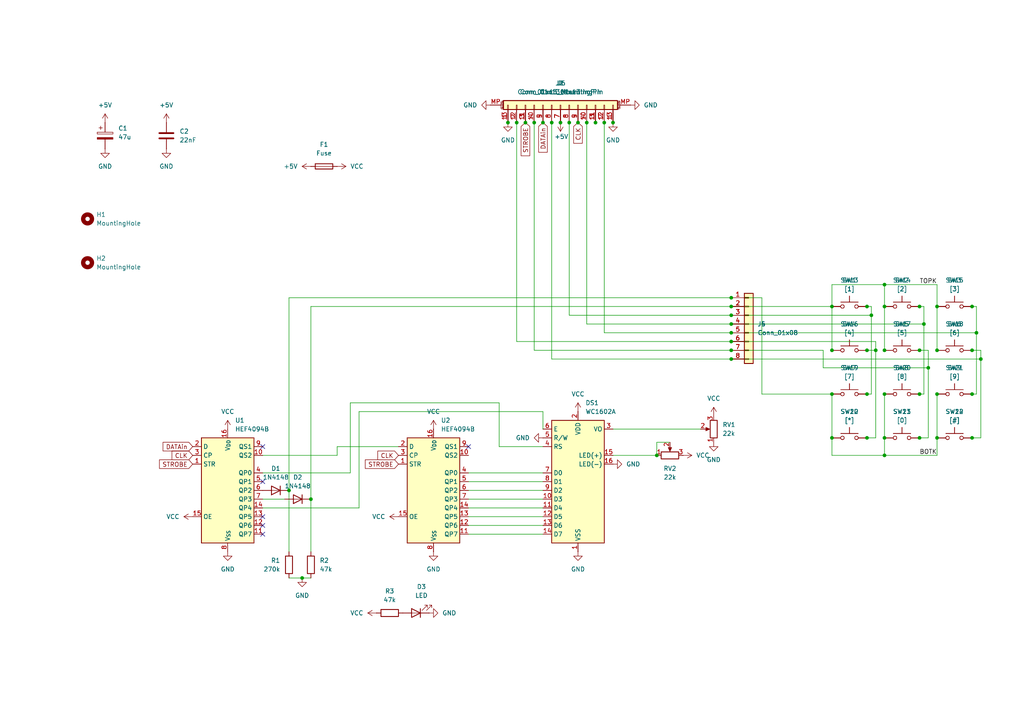
<source format=kicad_sch>
(kicad_sch (version 20250114) (generator "eeschema") (generator_version "9.0")
  (paper "A4")
  (lib_symbols
    (symbol "4xxx:HEF4094B"
      (property "Reference" "U" (at -6.858 17.018 0))
      (property "Value" "HEF4094B" (at 6.858 16.764 0))
      (symbol "HEF4094B_1_0"
        (pin input line (at -10.16 -7.62 0) (length 2.54) (name "OE") (number "15"))
        (pin power_in line (at 0 17.78 270) (length 2.54) (name "V_{DD}") (number "16"))
        (pin power_in line (at 0 -17.78 90) (length 2.54) (name "V_{SS}") (number "8"))
        (pin output line (at 10.16 12.7 180) (length 2.54) (name "QS1") (number "9"))
        (pin output line (at 10.16 10.16 180) (length 2.54) (name "QS2") (number "10"))
        (pin output line (at 10.16 2.54 180) (length 2.54) (name "QP1") (number "5"))
        (pin output line (at 10.16 0 180) (length 2.54) (name "QP2") (number "6"))
        (pin output line (at 10.16 -2.54 180) (length 2.54) (name "QP3") (number "7"))
        (pin output line (at 10.16 -5.08 180) (length 2.54) (name "QP4") (number "14"))
        (pin output line (at 10.16 -7.62 180) (length 2.54) (name "QP5") (number "13"))
        (pin output line (at 10.16 -10.16 180) (length 2.54) (name "QP6") (number "12"))
        (pin output line (at 10.16 -12.7 180) (length 2.54) (name "QP7") (number "11"))
      )
      (symbol "HEF4094B_1_1"
        (rectangle (start -7.62 15.24) (end 7.62 -15.24) (stroke (width 0.254)) (fill (type background)))
        (pin input line (at -10.16 12.7 0) (length 2.54) (name "D") (number "2"))
        (pin input line (at -10.16 10.16 0) (length 2.54) (name "CP") (number "3"))
        (pin input line (at -10.16 7.62 0) (length 2.54) (name "STR") (number "1"))
        (pin output line (at 10.16 5.08 180) (length 2.54) (name "QP0") (number "4"))
      )
    )
    (symbol "Connector_Generic:Conn_01x08" (pin_names (offset 1.016) (hide yes))
      (property "Reference" "J" (at 0 10.16 0))
      (property "Value" "Conn_01x08" (at 0 -12.7 0))
      (symbol "Conn_01x08_1_1"
        (rectangle (start -1.27 8.89) (end 1.27 -11.43) (stroke (width 0.254)) (fill (type background)))
        (rectangle (start -1.27 7.747) (end 0 7.493) (stroke (width 0.1524)))
        (rectangle (start -1.27 5.207) (end 0 4.953) (stroke (width 0.1524)))
        (rectangle (start -1.27 2.667) (end 0 2.413) (stroke (width 0.1524)))
        (rectangle (start -1.27 0.127) (end 0 -0.127) (stroke (width 0.1524)))
        (rectangle (start -1.27 -2.413) (end 0 -2.667) (stroke (width 0.1524)))
        (rectangle (start -1.27 -4.953) (end 0 -5.207) (stroke (width 0.1524)))
        (rectangle (start -1.27 -7.493) (end 0 -7.747) (stroke (width 0.1524)))
        (rectangle (start -1.27 -10.033) (end 0 -10.287) (stroke (width 0.1524)))
        (pin passive line (at -5.08 7.62 0) (length 3.81) (name "Pin_1") (number "1"))
        (pin passive line (at -5.08 5.08 0) (length 3.81) (name "Pin_2") (number "2"))
        (pin passive line (at -5.08 2.54 0) (length 3.81) (name "Pin_3") (number "3"))
        (pin passive line (at -5.08 0 0) (length 3.81) (name "Pin_4") (number "4"))
        (pin passive line (at -5.08 -2.54 0) (length 3.81) (name "Pin_5") (number "5"))
        (pin passive line (at -5.08 -5.08 0) (length 3.81) (name "Pin_6") (number "6"))
        (pin passive line (at -5.08 -7.62 0) (length 3.81) (name "Pin_7") (number "7"))
        (pin passive line (at -5.08 -10.16 0) (length 3.81) (name "Pin_8") (number "8"))
      )
    )
    (symbol "Connector_Generic:Conn_01x13" (pin_names (offset 1.016) (hide yes))
      (property "Reference" "J" (at 0 17.78 0))
      (property "Value" "Conn_01x13" (at 0 -17.78 0))
      (symbol "Conn_01x13_1_1"
        (rectangle (start -1.27 16.51) (end 1.27 -16.51) (stroke (width 0.254)) (fill (type background)))
        (rectangle (start -1.27 15.367) (end 0 15.113) (stroke (width 0.1524)))
        (rectangle (start -1.27 12.827) (end 0 12.573) (stroke (width 0.1524)))
        (rectangle (start -1.27 10.287) (end 0 10.033) (stroke (width 0.1524)))
        (rectangle (start -1.27 7.747) (end 0 7.493) (stroke (width 0.1524)))
        (rectangle (start -1.27 5.207) (end 0 4.953) (stroke (width 0.1524)))
        (rectangle (start -1.27 2.667) (end 0 2.413) (stroke (width 0.1524)))
        (rectangle (start -1.27 0.127) (end 0 -0.127) (stroke (width 0.1524)))
        (rectangle (start -1.27 -2.413) (end 0 -2.667) (stroke (width 0.1524)))
        (rectangle (start -1.27 -4.953) (end 0 -5.207) (stroke (width 0.1524)))
        (rectangle (start -1.27 -7.493) (end 0 -7.747) (stroke (width 0.1524)))
        (rectangle (start -1.27 -10.033) (end 0 -10.287) (stroke (width 0.1524)))
        (rectangle (start -1.27 -12.573) (end 0 -12.827) (stroke (width 0.1524)))
        (rectangle (start -1.27 -15.113) (end 0 -15.367) (stroke (width 0.1524)))
        (pin passive line (at -5.08 15.24 0) (length 3.81) (name "Pin_1") (number "1"))
        (pin passive line (at -5.08 12.7 0) (length 3.81) (name "Pin_2") (number "2"))
        (pin passive line (at -5.08 10.16 0) (length 3.81) (name "Pin_3") (number "3"))
        (pin passive line (at -5.08 7.62 0) (length 3.81) (name "Pin_4") (number "4"))
        (pin passive line (at -5.08 5.08 0) (length 3.81) (name "Pin_5") (number "5"))
        (pin passive line (at -5.08 2.54 0) (length 3.81) (name "Pin_6") (number "6"))
        (pin passive line (at -5.08 0 0) (length 3.81) (name "Pin_7") (number "7"))
        (pin passive line (at -5.08 -2.54 0) (length 3.81) (name "Pin_8") (number "8"))
        (pin passive line (at -5.08 -5.08 0) (length 3.81) (name "Pin_9") (number "9"))
        (pin passive line (at -5.08 -7.62 0) (length 3.81) (name "Pin_10") (number "10"))
        (pin passive line (at -5.08 -10.16 0) (length 3.81) (name "Pin_11") (number "11"))
        (pin passive line (at -5.08 -12.7 0) (length 3.81) (name "Pin_12") (number "12"))
        (pin passive line (at -5.08 -15.24 0) (length 3.81) (name "Pin_13") (number "13"))
      )
    )
    (symbol "Connector_Generic_MountingPin:Conn_01x13_MountingPin" (pin_names (offset 1.016) (hide yes))
      (property "Reference" "J" (at 0 17.78 0))
      (property "Value" "Conn_01x13_MountingPin" (at 1.27 -17.78 0))
      (symbol "Conn_01x13_MountingPin_1_1"
        (rectangle (start -1.27 16.51) (end 1.27 -16.51) (stroke (width 0.254)) (fill (type background)))
        (rectangle (start -1.27 15.367) (end 0 15.113) (stroke (width 0.1524)))
        (rectangle (start -1.27 12.827) (end 0 12.573) (stroke (width 0.1524)))
        (rectangle (start -1.27 10.287) (end 0 10.033) (stroke (width 0.1524)))
        (rectangle (start -1.27 7.747) (end 0 7.493) (stroke (width 0.1524)))
        (rectangle (start -1.27 5.207) (end 0 4.953) (stroke (width 0.1524)))
        (rectangle (start -1.27 2.667) (end 0 2.413) (stroke (width 0.1524)))
        (rectangle (start -1.27 0.127) (end 0 -0.127) (stroke (width 0.1524)))
        (rectangle (start -1.27 -2.413) (end 0 -2.667) (stroke (width 0.1524)))
        (rectangle (start -1.27 -4.953) (end 0 -5.207) (stroke (width 0.1524)))
        (rectangle (start -1.27 -7.493) (end 0 -7.747) (stroke (width 0.1524)))
        (rectangle (start -1.27 -10.033) (end 0 -10.287) (stroke (width 0.1524)))
        (rectangle (start -1.27 -12.573) (end 0 -12.827) (stroke (width 0.1524)))
        (rectangle (start -1.27 -15.113) (end 0 -15.367) (stroke (width 0.1524)))
        (polyline (pts (xy -1.016 -17.272) (xy 1.016 -17.272)) (stroke (width 0.1524)))
        (text "Mounting" (at 0 -16.891 0) (effects (font (size 0.381 0.381))))
        (pin passive line (at -5.08 15.24 0) (length 3.81) (name "Pin_1") (number "1"))
        (pin passive line (at -5.08 12.7 0) (length 3.81) (name "Pin_2") (number "2"))
        (pin passive line (at -5.08 10.16 0) (length 3.81) (name "Pin_3") (number "3"))
        (pin passive line (at -5.08 7.62 0) (length 3.81) (name "Pin_4") (number "4"))
        (pin passive line (at -5.08 5.08 0) (length 3.81) (name "Pin_5") (number "5"))
        (pin passive line (at -5.08 2.54 0) (length 3.81) (name "Pin_6") (number "6"))
        (pin passive line (at -5.08 0 0) (length 3.81) (name "Pin_7") (number "7"))
        (pin passive line (at -5.08 -2.54 0) (length 3.81) (name "Pin_8") (number "8"))
        (pin passive line (at -5.08 -5.08 0) (length 3.81) (name "Pin_9") (number "9"))
        (pin passive line (at -5.08 -7.62 0) (length 3.81) (name "Pin_10") (number "10"))
        (pin passive line (at -5.08 -10.16 0) (length 3.81) (name "Pin_11") (number "11"))
        (pin passive line (at -5.08 -12.7 0) (length 3.81) (name "Pin_12") (number "12"))
        (pin passive line (at -5.08 -15.24 0) (length 3.81) (name "Pin_13") (number "13"))
        (pin passive line (at 0 -20.32 90) (length 3.048) (name "MountPin") (number "MP"))
      )
    )
    (symbol "Device:C" (pin_numbers (hide yes)) (pin_names (offset 0.254))
      (property "Reference" "C" (at 0.635 2.54 0))
      (property "Value" "C" (at 0.635 -2.54 0))
      (symbol "C_0_1"
        (polyline (pts (xy -2.032 0.762) (xy 2.032 0.762)) (stroke (width 0.508)))
        (polyline (pts (xy -2.032 -0.762) (xy 2.032 -0.762)) (stroke (width 0.508)))
      )
      (symbol "C_1_1"
        (pin passive line (at 0 3.81 270) (length 2.794) (name "~") (number "1"))
        (pin passive line (at 0 -3.81 90) (length 2.794) (name "~") (number "2"))
      )
    )
    (symbol "Device:C_Polarized" (pin_numbers (hide yes)) (pin_names (offset 0.254))
      (property "Reference" "C" (at 0.635 2.54 0))
      (property "Value" "C_Polarized" (at 0.635 -2.54 0))
      (symbol "C_Polarized_0_1"
        (rectangle (start -2.286 0.508) (end 2.286 1.016))
        (polyline (pts (xy -1.778 2.286) (xy -0.762 2.286)))
        (polyline (pts (xy -1.27 2.794) (xy -1.27 1.778)))
        (rectangle (start 2.286 -0.508) (end -2.286 -1.016) (fill (type outline)))
      )
      (symbol "C_Polarized_1_1"
        (pin passive line (at 0 3.81 270) (length 2.794) (name "~") (number "1"))
        (pin passive line (at 0 -3.81 90) (length 2.794) (name "~") (number "2"))
      )
    )
    (symbol "Device:Fuse" (pin_numbers (hide yes)) (pin_names (offset 0))
      (property "Reference" "F" (at 2.032 0 90))
      (property "Value" "Fuse" (at -1.905 0 90))
      (symbol "Fuse_0_1"
        (rectangle (start -0.762 -2.54) (end 0.762 2.54) (stroke (width 0.254)))
        (polyline (pts (xy 0 2.54) (xy 0 -2.54)))
      )
      (symbol "Fuse_1_1"
        (pin passive line (at 0 3.81 270) (length 1.27) (name "~") (number "1"))
        (pin passive line (at 0 -3.81 90) (length 1.27) (name "~") (number "2"))
      )
    )
    (symbol "Device:LED" (pin_numbers (hide yes)) (pin_names (offset 1.016) (hide yes))
      (property "Reference" "D" (at 0 2.54 0))
      (property "Value" "LED" (at 0 -2.54 0))
      (symbol "LED_0_1"
        (polyline (pts (xy -3.048 -0.762) (xy -4.572 -2.286) (xy -3.81 -2.286) (xy -4.572 -2.286) (xy -4.572 -1.524)))
        (polyline (pts (xy -1.778 -0.762) (xy -3.302 -2.286) (xy -2.54 -2.286) (xy -3.302 -2.286) (xy -3.302 -1.524)))
        (polyline (pts (xy -1.27 0) (xy 1.27 0)))
        (polyline (pts (xy -1.27 -1.27) (xy -1.27 1.27)) (stroke (width 0.254)))
        (polyline (pts (xy 1.27 -1.27) (xy 1.27 1.27) (xy -1.27 0) (xy 1.27 -1.27)) (stroke (width 0.254)))
      )
      (symbol "LED_1_1"
        (pin passive line (at -3.81 0 0) (length 2.54) (name "K") (number "1"))
        (pin passive line (at 3.81 0 180) (length 2.54) (name "A") (number "2"))
      )
    )
    (symbol "Device:R" (pin_numbers (hide yes)) (pin_names (offset 0))
      (property "Reference" "R" (at 2.032 0 90))
      (property "Value" "R" (at 0 0 90))
      (symbol "R_0_1"
        (rectangle (start -1.016 -2.54) (end 1.016 2.54) (stroke (width 0.254)))
      )
      (symbol "R_1_1"
        (pin passive line (at 0 3.81 270) (length 1.27) (name "~") (number "1"))
        (pin passive line (at 0 -3.81 90) (length 1.27) (name "~") (number "2"))
      )
    )
    (symbol "Device:R_Potentiometer" (pin_names (offset 1.016) (hide yes))
      (property "Reference" "RV" (at -4.445 0 90))
      (property "Value" "R_Potentiometer" (at -2.54 0 90))
      (symbol "R_Potentiometer_0_1"
        (rectangle (start 1.016 2.54) (end -1.016 -2.54) (stroke (width 0.254)))
        (polyline (pts (xy 1.143 0) (xy 2.286 0.508) (xy 2.286 -0.508) (xy 1.143 0)) (fill (type outline)))
        (polyline (pts (xy 2.54 0) (xy 1.524 0)))
      )
      (symbol "R_Potentiometer_1_1"
        (pin passive line (at 0 3.81 270) (length 1.27) (name "1") (number "1"))
        (pin passive line (at 0 -3.81 90) (length 1.27) (name "3") (number "3"))
        (pin passive line (at 3.81 0 180) (length 1.27) (name "2") (number "2"))
      )
    )
    (symbol "Diode:1N4148" (pin_numbers (hide yes)) (pin_names (hide yes))
      (property "Reference" "D" (at 0 2.54 0))
      (property "Value" "1N4148" (at 0 -2.54 0))
      (symbol "1N4148_0_1"
        (polyline (pts (xy -1.27 1.27) (xy -1.27 -1.27)) (stroke (width 0.254)))
        (polyline (pts (xy 1.27 1.27) (xy 1.27 -1.27) (xy -1.27 0) (xy 1.27 1.27)) (stroke (width 0.254)))
        (polyline (pts (xy 1.27 0) (xy -1.27 0)))
      )
      (symbol "1N4148_1_1"
        (pin passive line (at -3.81 0 0) (length 2.54) (name "K") (number "1"))
        (pin passive line (at 3.81 0 180) (length 2.54) (name "A") (number "2"))
      )
    )
    (symbol "Display_Character:WC1602A"
      (property "Reference" "DS" (at -5.842 19.05 0))
      (property "Value" "WC1602A" (at 5.334 19.05 0))
      (symbol "WC1602A_1_1"
        (rectangle (start -7.62 17.78) (end 7.62 -17.78) (stroke (width 0.254)) (fill (type background)))
        (pin input line (at -10.16 15.24 0) (length 2.54) (name "E") (number "6"))
        (pin input line (at -10.16 12.7 0) (length 2.54) (name "R/W") (number "5"))
        (pin input line (at -10.16 10.16 0) (length 2.54) (name "RS") (number "4"))
        (pin input line (at -10.16 2.54 0) (length 2.54) (name "D0") (number "7"))
        (pin input line (at -10.16 0 0) (length 2.54) (name "D1") (number "8"))
        (pin input line (at -10.16 -2.54 0) (length 2.54) (name "D2") (number "9"))
        (pin input line (at -10.16 -5.08 0) (length 2.54) (name "D3") (number "10"))
        (pin input line (at -10.16 -7.62 0) (length 2.54) (name "D4") (number "11"))
        (pin input line (at -10.16 -10.16 0) (length 2.54) (name "D5") (number "12"))
        (pin input line (at -10.16 -12.7 0) (length 2.54) (name "D6") (number "13"))
        (pin input line (at -10.16 -15.24 0) (length 2.54) (name "D7") (number "14"))
        (pin power_in line (at 0 20.32 270) (length 2.54) (name "VDD") (number "2"))
        (pin power_in line (at 0 -20.32 90) (length 2.54) (name "VSS") (number "1"))
        (pin input line (at 10.16 15.24 180) (length 2.54) (name "VO") (number "3"))
        (pin power_in line (at 10.16 7.62 180) (length 2.54) (name "LED(+)") (number "15"))
        (pin power_in line (at 10.16 5.08 180) (length 2.54) (name "LED(-)") (number "16"))
      )
    )
    (symbol "Mechanical:MountingHole" (pin_names (offset 1.016)) (exclude_from_sim yes) (in_bom no)
      (property "Reference" "H" (at 0 5.08 0))
      (property "Value" "MountingHole" (at 0 3.175 0))
      (symbol "MountingHole_0_1"
        (circle (center 0 0) (radius 1.27) (stroke (width 1.27)))
      )
    )
    (symbol "Switch:SW_Push" (pin_numbers (hide yes)) (pin_names (offset 1.016) (hide yes))
      (property "Reference" "SW" (at 1.27 2.54 0))
      (property "Value" "SW_Push" (at 0 -1.524 0))
      (symbol "SW_Push_0_1"
        (circle (center -2.032 0) (radius 0.508))
        (polyline (pts (xy 0 1.27) (xy 0 3.048)))
        (circle (center 2.032 0) (radius 0.508))
        (polyline (pts (xy 2.54 1.27) (xy -2.54 1.27)))
        (pin passive line (at -5.08 0 0) (length 2.54) (name "1") (number "1"))
        (pin passive line (at 5.08 0 180) (length 2.54) (name "2") (number "2"))
      )
    )
    (symbol "power:+5V" (power) (pin_numbers (hide yes)) (pin_names (offset 0) (hide yes))
      (property "Value" "+5V" (at 0 3.556 0))
      (symbol "+5V_0_1"
        (polyline (pts (xy -0.762 1.27) (xy 0 2.54)))
        (polyline (pts (xy 0 2.54) (xy 0.762 1.27)))
        (polyline (pts (xy 0 0) (xy 0 2.54)))
      )
      (symbol "+5V_1_1"
        (pin power_in line (at 0 0 90) (length 0) (name "~") (number "1"))
      )
    )
    (symbol "power:GND" (power) (pin_numbers (hide yes)) (pin_names (offset 0) (hide yes))
      (property "Value" "GND" (at 0 -3.81 0))
      (symbol "GND_0_1"
        (polyline (pts (xy 0 0) (xy 0 -1.27) (xy 1.27 -1.27) (xy 0 -2.54) (xy -1.27 -1.27) (xy 0 -1.27)))
      )
      (symbol "GND_1_1"
        (pin power_in line (at 0 0 270) (length 0) (name "~") (number "1"))
      )
    )
    (symbol "power:VCC" (power) (pin_numbers (hide yes)) (pin_names (offset 0) (hide yes))
      (property "Value" "VCC" (at 0 3.556 0))
      (symbol "VCC_0_1"
        (polyline (pts (xy -0.762 1.27) (xy 0 2.54)))
        (polyline (pts (xy 0 2.54) (xy 0.762 1.27)))
        (polyline (pts (xy 0 0) (xy 0 2.54)))
      )
      (symbol "VCC_1_1"
        (pin power_in line (at 0 0 90) (length 0) (name "~") (number "1"))
      )
    )
  )
  (junction (at 254 101.6))
  (junction (at 266.7 88.9))
  (junction (at 251.46 127))
  (junction (at 90.17 144.78))
  (junction (at 212.09 99.06))
  (junction (at 149.86 35.56))
  (junction (at 256.54 88.9))
  (junction (at 87.63 167.64))
  (junction (at 241.3 127))
  (junction (at 256.54 101.6))
  (junction (at 170.18 35.56))
  (junction (at 172.72 35.56))
  (junction (at 212.09 93.98))
  (junction (at 271.78 114.3))
  (junction (at 283.21 96.52))
  (junction (at 267.97 93.98))
  (junction (at 256.54 82.55))
  (junction (at 266.7 101.6))
  (junction (at 256.54 127))
  (junction (at 281.94 101.6))
  (junction (at 271.78 101.6))
  (junction (at 162.56 35.56))
  (junction (at 190.5 132.08))
  (junction (at 175.26 35.56))
  (junction (at 212.09 91.44))
  (junction (at 281.94 127))
  (junction (at 212.09 96.52))
  (junction (at 160.02 35.56))
  (junction (at 177.8 35.56))
  (junction (at 251.46 101.6))
  (junction (at 251.46 88.9))
  (junction (at 212.09 104.14))
  (junction (at 165.1 35.56))
  (junction (at 252.73 91.44))
  (junction (at 241.3 88.9))
  (junction (at 241.3 114.3))
  (junction (at 256.54 132.08))
  (junction (at 147.32 35.56))
  (junction (at 281.94 114.3))
  (junction (at 212.09 86.36))
  (junction (at 83.82 142.24))
  (junction (at 271.78 88.9))
  (junction (at 241.3 101.6))
  (junction (at 269.24 106.68))
  (junction (at 167.64 35.56))
  (junction (at 266.7 114.3))
  (junction (at 256.54 114.3))
  (junction (at 212.09 88.9))
  (junction (at 251.46 114.3))
  (junction (at 281.94 88.9))
  (junction (at 157.48 35.56))
  (junction (at 152.4 35.56))
  (junction (at 266.7 127))
  (junction (at 271.78 127))
  (junction (at 154.94 35.56))
  (junction (at 284.48 104.14))
  (junction (at 212.09 101.6))
  (no_connect (at 76.2 129.54))
  (no_connect (at 76.2 152.4))
  (no_connect (at 76.2 154.94))
  (no_connect (at 76.2 139.7))
  (no_connect (at 135.89 129.54))
  (no_connect (at 76.2 149.86))
  (wire (pts (xy 254 101.6) (xy 251.46 101.6)))
  (wire (pts (xy 238.76 101.6) (xy 238.76 106.68)))
  (wire (pts (xy 284.48 127) (xy 281.94 127)))
  (wire (pts (xy 241.3 114.3) (xy 220.98 114.3)))
  (wire (pts (xy 83.82 167.64) (xy 87.63 167.64)))
  (wire (pts (xy 135.89 144.78) (xy 157.48 144.78)))
  (wire (pts (xy 190.5 128.27) (xy 190.5 132.08)))
  (wire (pts (xy 177.8 132.08) (xy 190.5 132.08)))
  (wire (pts (xy 271.78 114.3) (xy 271.78 127)))
  (wire (pts (xy 238.76 106.68) (xy 269.24 106.68)))
  (wire (pts (xy 267.97 88.9) (xy 267.97 93.98)))
  (wire (pts (xy 90.17 160.02) (xy 90.17 144.78)))
  (wire (pts (xy 252.73 88.9) (xy 251.46 88.9)))
  (wire (pts (xy 271.78 127) (xy 271.78 132.08)))
  (wire (pts (xy 175.26 96.52) (xy 175.26 35.56)))
  (wire (pts (xy 241.3 82.55) (xy 241.3 88.9)))
  (wire (pts (xy 271.78 88.9) (xy 271.78 82.55)))
  (wire (pts (xy 212.09 99.06) (xy 254 99.06)))
  (wire (pts (xy 83.82 142.24) (xy 83.82 160.02)))
  (wire (pts (xy 76.2 147.32) (xy 104.14 147.32)))
  (wire (pts (xy 284.48 101.6) (xy 284.48 104.14)))
  (wire (pts (xy 83.82 86.36) (xy 212.09 86.36)))
  (wire (pts (xy 281.94 114.3) (xy 283.21 114.3)))
  (wire (pts (xy 212.09 96.52) (xy 283.21 96.52)))
  (wire (pts (xy 283.21 114.3) (xy 283.21 96.52)))
  (wire (pts (xy 149.86 99.06) (xy 149.86 35.56)))
  (wire (pts (xy 251.46 114.3) (xy 252.73 114.3)))
  (wire (pts (xy 177.8 124.46) (xy 203.2 124.46)))
  (wire (pts (xy 157.48 129.54) (xy 144.78 129.54)))
  (wire (pts (xy 212.09 104.14) (xy 160.02 104.14)))
  (wire (pts (xy 241.3 132.08) (xy 256.54 132.08)))
  (wire (pts (xy 160.02 104.14) (xy 160.02 35.56)))
  (wire (pts (xy 135.89 147.32) (xy 157.48 147.32)))
  (wire (pts (xy 271.78 88.9) (xy 271.78 101.6)))
  (wire (pts (xy 194.31 128.27) (xy 190.5 128.27)))
  (wire (pts (xy 101.6 137.16) (xy 76.2 137.16)))
  (wire (pts (xy 284.48 104.14) (xy 284.48 127)))
  (wire (pts (xy 267.97 114.3) (xy 266.7 114.3)))
  (wire (pts (xy 241.3 114.3) (xy 241.3 127)))
  (wire (pts (xy 76.2 144.78) (xy 82.55 144.78)))
  (wire (pts (xy 256.54 114.3) (xy 256.54 127)))
  (wire (pts (xy 252.73 114.3) (xy 252.73 91.44)))
  (wire (pts (xy 269.24 101.6) (xy 266.7 101.6)))
  (wire (pts (xy 241.3 88.9) (xy 241.3 101.6)))
  (wire (pts (xy 101.6 116.84) (xy 101.6 137.16)))
  (wire (pts (xy 254 127) (xy 254 101.6)))
  (wire (pts (xy 212.09 96.52) (xy 175.26 96.52)))
  (wire (pts (xy 135.89 137.16) (xy 157.48 137.16)))
  (wire (pts (xy 165.1 91.44) (xy 165.1 35.56)))
  (wire (pts (xy 135.89 152.4) (xy 157.48 152.4)))
  (wire (pts (xy 135.89 142.24) (xy 157.48 142.24)))
  (wire (pts (xy 97.79 132.08) (xy 76.2 132.08)))
  (wire (pts (xy 212.09 88.9) (xy 241.3 88.9)))
  (wire (pts (xy 97.79 129.54) (xy 97.79 132.08)))
  (wire (pts (xy 271.78 82.55) (xy 256.54 82.55)))
  (wire (pts (xy 254 99.06) (xy 254 101.6)))
  (wire (pts (xy 271.78 132.08) (xy 256.54 132.08)))
  (wire (pts (xy 135.89 154.94) (xy 157.48 154.94)))
  (wire (pts (xy 212.09 101.6) (xy 154.94 101.6)))
  (wire (pts (xy 115.57 129.54) (xy 97.79 129.54)))
  (wire (pts (xy 220.98 114.3) (xy 220.98 86.36)))
  (wire (pts (xy 212.09 101.6) (xy 238.76 101.6)))
  (wire (pts (xy 87.63 167.64) (xy 90.17 167.64)))
  (wire (pts (xy 83.82 142.24) (xy 83.82 86.36)))
  (wire (pts (xy 104.14 119.38) (xy 157.48 119.38)))
  (wire (pts (xy 170.18 93.98) (xy 170.18 35.56)))
  (wire (pts (xy 154.94 101.6) (xy 154.94 35.56)))
  (wire (pts (xy 252.73 91.44) (xy 252.73 88.9)))
  (wire (pts (xy 135.89 149.86) (xy 157.48 149.86)))
  (wire (pts (xy 256.54 82.55) (xy 256.54 88.9)))
  (wire (pts (xy 144.78 129.54) (xy 144.78 116.84)))
  (wire (pts (xy 266.7 88.9) (xy 267.97 88.9)))
  (wire (pts (xy 256.54 82.55) (xy 241.3 82.55)))
  (wire (pts (xy 220.98 86.36) (xy 212.09 86.36)))
  (wire (pts (xy 283.21 88.9) (xy 281.94 88.9)))
  (wire (pts (xy 144.78 116.84) (xy 101.6 116.84)))
  (wire (pts (xy 212.09 104.14) (xy 284.48 104.14)))
  (wire (pts (xy 269.24 106.68) (xy 269.24 101.6)))
  (wire (pts (xy 212.09 91.44) (xy 252.73 91.44)))
  (wire (pts (xy 157.48 119.38) (xy 157.48 124.46)))
  (wire (pts (xy 212.09 99.06) (xy 149.86 99.06)))
  (wire (pts (xy 90.17 88.9) (xy 212.09 88.9)))
  (wire (pts (xy 212.09 93.98) (xy 267.97 93.98)))
  (wire (pts (xy 266.7 127) (xy 269.24 127)))
  (wire (pts (xy 135.89 139.7) (xy 157.48 139.7)))
  (wire (pts (xy 90.17 144.78) (xy 90.17 88.9)))
  (wire (pts (xy 267.97 93.98) (xy 267.97 114.3)))
  (wire (pts (xy 104.14 147.32) (xy 104.14 119.38)))
  (wire (pts (xy 251.46 127) (xy 254 127)))
  (wire (pts (xy 256.54 88.9) (xy 256.54 101.6)))
  (wire (pts (xy 256.54 132.08) (xy 256.54 127)))
  (wire (pts (xy 281.94 101.6) (xy 284.48 101.6)))
  (wire (pts (xy 212.09 91.44) (xy 165.1 91.44)))
  (wire (pts (xy 269.24 127) (xy 269.24 106.68)))
  (wire (pts (xy 283.21 96.52) (xy 283.21 88.9)))
  (wire (pts (xy 212.09 93.98) (xy 170.18 93.98)))
  (wire (pts (xy 241.3 127) (xy 241.3 132.08)))
  (label "TOPK" (at 266.7 82.55 0))
  (label "BOTK" (at 266.7 132.08 0))
  (global_label "STROBE" (shape input) (at 55.88 134.62 180) (property "Intersheetrefs" "${INTERSHEET_REFS}" (effects (hide yes))))
  (global_label "CLK" (shape input) (at 115.57 132.08 180) (property "Intersheetrefs" "${INTERSHEET_REFS}" (effects (hide yes))))
  (global_label "CLK" (shape input) (at 167.64 35.56 270) (property "Intersheetrefs" "${INTERSHEET_REFS}" (effects (hide yes))))
  (global_label "STROBE" (shape input) (at 115.57 134.62 180) (property "Intersheetrefs" "${INTERSHEET_REFS}" (effects (hide yes))))
  (global_label "CLK" (shape input) (at 55.88 132.08 180) (property "Intersheetrefs" "${INTERSHEET_REFS}" (effects (hide yes))))
  (global_label "DATAin" (shape input) (at 157.48 35.56 270) (property "Intersheetrefs" "${INTERSHEET_REFS}" (effects (hide yes))))
  (global_label "DATAin" (shape input) (at 55.88 129.54 180) (property "Intersheetrefs" "${INTERSHEET_REFS}" (effects (hide yes))))
  (global_label "STROBE" (shape input) (at 152.4 35.56 270) (property "Intersheetrefs" "${INTERSHEET_REFS}" (effects (hide yes))))
  (symbol (lib_id "Device:C_Polarized") (at 30.48 39.37 0) (unit 1)
    (property "Reference" "C1" (at 34.29 37.2109 0) (effects (justify left)))
    (property "Value" "47u" (at 34.29 39.7509 0) (effects (justify left)))
    (property "Footprint" "Capacitor_Tantalum_SMD:CP_EIA-7360-38_Kemet-E" (effects (hide yes)))
    (property "Description" "Polarized capacitor" (effects (hide yes)))
  )
  (symbol (lib_id "power:GND") (at 48.26 43.18 0) (unit 1)
    (property "Reference" "#PWR015" (effects (hide yes)))
    (property "Value" "GND" (at 48.26 48.26 0))
    (property "Description" "Power symbol creates a global label with name \"GND\" , ground" (effects (hide yes)))
  )
  (symbol (lib_id "Switch:SW_Push") (at 261.62 127 0) (unit 1)
    (property "Reference" "SW23" (at 261.62 119.38 0))
    (property "Value" "[0]" (at 261.62 121.92 0))
    (property "Footprint" "Button_Switch_THT:SW_SPST_Omron_B3F-40xx" (effects (hide yes)))
    (property "Description" "Push button switch, generic, two pins" (effects (hide yes)))
  )
  (symbol (lib_id "Switch:SW_Push") (at 246.38 127 0) (unit 1)
    (property "Reference" "SW22" (at 246.38 119.38 0))
    (property "Value" "[*]" (at 246.38 121.92 0))
    (property "Footprint" "Button_Switch_THT:SW_SPST_Omron_B3F-40xx" (effects (hide yes)))
    (property "Description" "Push button switch, generic, two pins" (effects (hide yes)))
  )
  (symbol (lib_id "Device:R") (at 90.17 163.83 0) (unit 1)
    (property "Reference" "R2" (at 92.71 162.5599 0) (effects (justify left)))
    (property "Value" "47k" (at 92.71 165.0999 0) (effects (justify left)))
    (property "Footprint" "Resistor_SMD:R_0603_1608Metric" (effects (hide yes)))
    (property "Description" "Resistor" (effects (hide yes)))
  )
  (symbol (lib_id "Switch:SW_Push") (at 261.62 114.3 0) (unit 1)
    (property "Reference" "SW8" (at 261.62 106.68 0))
    (property "Value" "[8]" (at 261.62 109.22 0))
    (property "Footprint" "Button_Switch_THT:SW_PUSH_6mm" (effects (hide yes)))
    (property "Description" "Push button switch, generic, two pins" (effects (hide yes)))
  )
  (symbol (lib_id "Device:R_Potentiometer") (at 194.31 132.08 90) (unit 1)
    (property "Reference" "RV2" (at 194.31 135.89 90))
    (property "Value" "22k" (at 194.31 138.43 90))
    (property "Footprint" "Potentiometer_THT:Potentiometer_ACP_CA9-V10_Vertical_Hole" (effects (hide yes)))
    (property "Description" "Potentiometer" (effects (hide yes)))
  )
  (symbol (lib_id "Switch:SW_Push") (at 276.86 101.6 0) (unit 1)
    (property "Reference" "SW6" (at 276.86 93.98 0))
    (property "Value" "[6]" (at 276.86 96.52 0))
    (property "Footprint" "Button_Switch_THT:SW_PUSH_6mm" (effects (hide yes)))
    (property "Description" "Push button switch, generic, two pins" (effects (hide yes)))
  )
  (symbol (lib_id "Connector_Generic_MountingPin:Conn_01x13_MountingPin") (at 162.56 30.48 90) (unit 1)
    (property "Reference" "J6" (at 162.9156 24.13 90))
    (property "Value" "Conn_01x13_MountingPin" (at 162.9156 26.67 90))
    (property "Footprint" "Connector_FFC-FPC:TE_1-84952-3_1x13-1MP_P1.0mm_Horizontal" (effects (hide yes)))
    (property "Description" "Generic connectable mounting pin connector, single row, 01x13, script generated (kicad-library-utils/schlib/autogen/connector/)" (effects (hide yes)))
  )
  (symbol (lib_id "power:GND") (at 66.04 160.02 0) (unit 1)
    (property "Reference" "#PWR08" (effects (hide yes)))
    (property "Value" "GND" (at 66.04 165.1 0))
    (property "Description" "Power symbol creates a global label with name \"GND\" , ground" (effects (hide yes)))
  )
  (symbol (lib_id "Connector_Generic_MountingPin:Conn_01x13_MountingPin") (at 162.56 30.48 270) (mirror x) (unit 1)
    (property "Reference" "J7" (at 162.2044 24.13 90))
    (property "Value" "Conn_01x13_MountingPin" (at 162.2044 26.67 90))
    (property "Footprint" "Connector_FFC-FPC:TE_1-84953-3_1x13-1MP_P1.0mm_Horizontal" (effects (hide yes)))
    (property "Description" "Generic connectable mounting pin connector, single row, 01x13, script generated (kicad-library-utils/schlib/autogen/connector/)" (effects (hide yes)))
  )
  (symbol (lib_id "power:GND") (at 147.32 35.56 0) (unit 1)
    (property "Reference" "#PWR09" (effects (hide yes)))
    (property "Value" "GND" (at 147.32 40.64 0))
    (property "Description" "Power symbol creates a global label with name \"GND\" , ground" (effects (hide yes)))
  )
  (symbol (lib_id "Switch:SW_Push") (at 276.86 88.9 0) (unit 1)
    (property "Reference" "SW3" (at 276.86 81.28 0))
    (property "Value" "[3]" (at 276.86 83.82 0))
    (property "Footprint" "Button_Switch_THT:SW_PUSH_6mm" (effects (hide yes)))
    (property "Description" "Push button switch, generic, two pins" (effects (hide yes)))
  )
  (symbol (lib_id "power:GND") (at 167.64 160.02 0) (unit 1)
    (property "Reference" "#PWR02" (effects (hide yes)))
    (property "Value" "GND" (at 167.64 165.1 0))
    (property "Description" "Power symbol creates a global label with name \"GND\" , ground" (effects (hide yes)))
  )
  (symbol (lib_id "Switch:SW_Push") (at 246.38 88.9 0) (unit 1)
    (property "Reference" "SW1" (at 246.38 81.28 0))
    (property "Value" "[1]" (at 246.38 83.82 0))
    (property "Footprint" "Button_Switch_THT:SW_PUSH_6mm" (effects (hide yes)))
    (property "Description" "Push button switch, generic, two pins" (effects (hide yes)))
  )
  (symbol (lib_id "Device:R_Potentiometer") (at 207.01 124.46 180) (unit 1)
    (property "Reference" "RV1" (at 209.55 123.1899 0) (effects (justify right)))
    (property "Value" "22k" (at 209.55 125.7299 0) (effects (justify right)))
    (property "Footprint" "Potentiometer_THT:Potentiometer_ACP_CA9-V10_Vertical_Hole" (effects (hide yes)))
    (property "Description" "Potentiometer" (effects (hide yes)))
  )
  (symbol (lib_id "Connector_Generic:Conn_01x08") (at 217.17 93.98 0) (unit 1)
    (property "Reference" "J4" (at 219.71 93.9799 0) (effects (justify left)))
    (property "Value" "Conn_01x08" (at 219.71 96.5199 0) (effects (justify left)))
    (property "Footprint" "Connector_PinHeader_2.54mm:PinHeader_1x08_P2.54mm_Vertical" (effects (hide yes)))
    (property "Description" "Generic connector, single row, 01x08, script generated (kicad-library-utils/schlib/autogen/connector/)" (effects (hide yes)))
  )
  (symbol (lib_id "power:GND") (at 182.88 30.48 90) (unit 1)
    (property "Reference" "#PWR024" (effects (hide yes)))
    (property "Value" "GND" (at 186.69 30.4799 90) (effects (justify right)))
    (property "Description" "Power symbol creates a global label with name \"GND\" , ground" (effects (hide yes)))
  )
  (symbol (lib_id "power:VCC") (at 198.12 132.08 270) (unit 1)
    (property "Reference" "#PWR019" (effects (hide yes)))
    (property "Value" "VCC" (at 201.93 132.0799 90) (effects (justify left)))
    (property "Description" "Power symbol creates a global label with name \"VCC\"" (effects (hide yes)))
  )
  (symbol (lib_id "Switch:SW_Push") (at 261.62 127 0) (unit 1)
    (property "Reference" "SW11" (at 261.62 119.38 0))
    (property "Value" "[0]" (at 261.62 121.92 0))
    (property "Footprint" "Button_Switch_THT:SW_PUSH_6mm" (effects (hide yes)))
    (property "Description" "Push button switch, generic, two pins" (effects (hide yes)))
  )
  (symbol (lib_id "power:GND") (at 125.73 160.02 0) (unit 1)
    (property "Reference" "#PWR01" (effects (hide yes)))
    (property "Value" "GND" (at 125.73 165.1 0))
    (property "Description" "Power symbol creates a global label with name \"GND\" , ground" (effects (hide yes)))
  )
  (symbol (lib_id "power:VCC") (at 207.01 120.65 0) (unit 1)
    (property "Reference" "#PWR020" (effects (hide yes)))
    (property "Value" "VCC" (at 207.01 115.57 0))
    (property "Description" "Power symbol creates a global label with name \"VCC\"" (effects (hide yes)))
  )
  (symbol (lib_id "Connector_Generic:Conn_01x13") (at 162.56 30.48 90) (unit 1)
    (property "Reference" "J1" (at 162.56 24.13 90))
    (property "Value" "Conn_01x13" (at 162.56 26.67 90))
    (property "Footprint" "NSM:Service" (effects (hide yes)))
    (property "Description" "Generic connector, single row, 01x13, script generated (kicad-library-utils/schlib/autogen/connector/)" (effects (hide yes)))
  )
  (symbol (lib_id "power:VCC") (at 167.64 119.38 0) (unit 1)
    (property "Reference" "#PWR018" (effects (hide yes)))
    (property "Value" "VCC" (at 167.64 114.3 0))
    (property "Description" "Power symbol creates a global label with name \"VCC\"" (effects (hide yes)))
  )
  (symbol (lib_id "power:GND") (at 124.46 177.8 90) (unit 1)
    (property "Reference" "#PWR027" (effects (hide yes)))
    (property "Value" "GND" (at 128.27 177.7999 90) (effects (justify right)))
    (property "Description" "Power symbol creates a global label with name \"GND\" , ground" (effects (hide yes)))
  )
  (symbol (lib_id "Display_Character:WC1602A") (at 167.64 139.7 0) (unit 1)
    (property "Reference" "DS1" (at 169.7833 116.84 0) (effects (justify left)))
    (property "Value" "WC1602A" (at 169.7833 119.38 0) (effects (justify left)))
    (property "Footprint" "Display:WC1602A" (effects (hide yes)))
    (property "Datasheet" "http://www.wincomlcd.com/pdf/WC1602A-SFYLYHTC06.pdf" (effects (hide yes)))
    (property "Description" "LCD 16x2 Alphanumeric , 8 bit parallel bus, 5V VDD" (effects (hide yes)))
  )
  (symbol (lib_id "power:GND") (at 142.24 30.48 270) (unit 1)
    (property "Reference" "#PWR025" (effects (hide yes)))
    (property "Value" "GND" (at 138.43 30.4799 90) (effects (justify right)))
    (property "Description" "Power symbol creates a global label with name \"GND\" , ground" (effects (hide yes)))
  )
  (symbol (lib_id "Diode:1N4148") (at 80.01 142.24 180) (unit 1)
    (property "Reference" "D1" (at 80.01 135.89 0))
    (property "Value" "1N4148" (at 80.01 138.43 0))
    (property "Footprint" "Diode_THT:D_DO-35_SOD27_P7.62mm_Horizontal" (effects (hide yes)))
    (property "Datasheet" "https://assets.nexperia.com/documents/data-sheet/1N4148_1N4448.pdf" (effects (hide yes)))
    (property "Description" "100V 0.15A standard switching diode, DO-35" (effects (hide yes)))
    (property "Sim.Device" "D" (effects (hide yes)))
    (property "Sim.Pins" "1=K 2=A" (effects (hide yes)))
  )
  (symbol (lib_id "Switch:SW_Push") (at 261.62 88.9 0) (unit 1)
    (property "Reference" "SW14" (at 261.62 81.28 0))
    (property "Value" "[2]" (at 261.62 83.82 0))
    (property "Footprint" "Button_Switch_THT:SW_SPST_Omron_B3F-40xx" (effects (hide yes)))
    (property "Description" "Push button switch, generic, two pins" (effects (hide yes)))
  )
  (symbol (lib_id "power:GND") (at 177.8 134.62 90) (unit 1)
    (property "Reference" "#PWR04" (effects (hide yes)))
    (property "Value" "GND" (at 181.61 134.6199 90) (effects (justify right)))
    (property "Description" "Power symbol creates a global label with name \"GND\" , ground" (effects (hide yes)))
  )
  (symbol (lib_id "Switch:SW_Push") (at 276.86 88.9 0) (unit 1)
    (property "Reference" "SW15" (at 276.86 81.28 0))
    (property "Value" "[3]" (at 276.86 83.82 0))
    (property "Footprint" "Button_Switch_THT:SW_SPST_Omron_B3F-40xx" (effects (hide yes)))
    (property "Description" "Push button switch, generic, two pins" (effects (hide yes)))
  )
  (symbol (lib_id "power:GND") (at 207.01 128.27 0) (unit 1)
    (property "Reference" "#PWR021" (effects (hide yes)))
    (property "Value" "GND" (at 207.01 133.35 0))
    (property "Description" "Power symbol creates a global label with name \"GND\" , ground" (effects (hide yes)))
  )
  (symbol (lib_id "power:VCC") (at 109.22 177.8 90) (unit 1)
    (property "Reference" "#PWR026" (effects (hide yes)))
    (property "Value" "VCC" (at 105.41 177.7999 90) (effects (justify left)))
    (property "Description" "Power symbol creates a global label with name \"VCC\"" (effects (hide yes)))
  )
  (symbol (lib_id "Connector_Generic:Conn_01x08") (at 217.17 93.98 0) (unit 1)
    (property "Reference" "J5" (at 219.71 93.9799 0) (effects (justify left)))
    (property "Value" "Conn_01x08" (at 219.71 96.5199 0) (effects (justify left)))
    (property "Footprint" "Connector_PinHeader_2.54mm:PinHeader_1x08_P2.54mm_Vertical" (effects (hide yes)))
    (property "Description" "Generic connector, single row, 01x08, script generated (kicad-library-utils/schlib/autogen/connector/)" (effects (hide yes)))
  )
  (symbol (lib_id "Switch:SW_Push") (at 276.86 114.3 0) (unit 1)
    (property "Reference" "SW21" (at 276.86 106.68 0))
    (property "Value" "[9]" (at 276.86 109.22 0))
    (property "Footprint" "Button_Switch_THT:SW_SPST_Omron_B3F-40xx" (effects (hide yes)))
    (property "Description" "Push button switch, generic, two pins" (effects (hide yes)))
  )
  (symbol (lib_id "Diode:1N4148") (at 86.36 144.78 180) (unit 1)
    (property "Reference" "D2" (at 86.36 138.43 0))
    (property "Value" "1N4148" (at 86.36 140.97 0))
    (property "Footprint" "Diode_THT:D_DO-35_SOD27_P7.62mm_Horizontal" (effects (hide yes)))
    (property "Datasheet" "https://assets.nexperia.com/documents/data-sheet/1N4148_1N4448.pdf" (effects (hide yes)))
    (property "Description" "100V 0.15A standard switching diode, DO-35" (effects (hide yes)))
    (property "Sim.Device" "D" (effects (hide yes)))
    (property "Sim.Pins" "1=K 2=A" (effects (hide yes)))
  )
  (symbol (lib_id "power:VCC") (at 97.79 48.26 270) (unit 1)
    (property "Reference" "#PWR022" (effects (hide yes)))
    (property "Value" "VCC" (at 101.6 48.2599 90) (effects (justify left)))
    (property "Description" "Power symbol creates a global label with name \"VCC\"" (effects (hide yes)))
  )
  (symbol (lib_id "Switch:SW_Push") (at 261.62 88.9 0) (unit 1)
    (property "Reference" "SW2" (at 261.62 81.28 0))
    (property "Value" "[2]" (at 261.62 83.82 0))
    (property "Footprint" "Button_Switch_THT:SW_PUSH_6mm" (effects (hide yes)))
    (property "Description" "Push button switch, generic, two pins" (effects (hide yes)))
  )
  (symbol (lib_id "Switch:SW_Push") (at 276.86 114.3 0) (unit 1)
    (property "Reference" "SW9" (at 276.86 106.68 0))
    (property "Value" "[9]" (at 276.86 109.22 0))
    (property "Footprint" "Button_Switch_THT:SW_PUSH_6mm" (effects (hide yes)))
    (property "Description" "Push button switch, generic, two pins" (effects (hide yes)))
  )
  (symbol (lib_id "Mechanical:MountingHole") (at 25.4 63.5 0) (unit 1) (exclude_from_sim yes) (in_bom no)
    (property "Reference" "H1" (at 27.94 62.2299 0) (effects (justify left)))
    (property "Value" "MountingHole" (at 27.94 64.7699 0) (effects (justify left)))
    (property "Footprint" "MountingHole:MountingHole_3mm" (effects (hide yes)))
    (property "Description" "Mounting Hole without connection" (effects (hide yes)))
  )
  (symbol (lib_id "Switch:SW_Push") (at 246.38 101.6 0) (unit 1)
    (property "Reference" "SW16" (at 246.38 93.98 0))
    (property "Value" "[4]" (at 246.38 96.52 0))
    (property "Footprint" "Button_Switch_THT:SW_SPST_Omron_B3F-40xx" (effects (hide yes)))
    (property "Description" "Push button switch, generic, two pins" (effects (hide yes)))
  )
  (symbol (lib_id "Switch:SW_Push") (at 276.86 101.6 0) (unit 1)
    (property "Reference" "SW18" (at 276.86 93.98 0))
    (property "Value" "[6]" (at 276.86 96.52 0))
    (property "Footprint" "Button_Switch_THT:SW_SPST_Omron_B3F-40xx" (effects (hide yes)))
    (property "Description" "Push button switch, generic, two pins" (effects (hide yes)))
  )
  (symbol (lib_id "Switch:SW_Push") (at 246.38 127 0) (unit 1)
    (property "Reference" "SW10" (at 246.38 119.38 0))
    (property "Value" "[*]" (at 246.38 121.92 0))
    (property "Footprint" "Button_Switch_THT:SW_PUSH_6mm" (effects (hide yes)))
    (property "Description" "Push button switch, generic, two pins" (effects (hide yes)))
  )
  (symbol (lib_id "Switch:SW_Push") (at 246.38 101.6 0) (unit 1)
    (property "Reference" "SW4" (at 246.38 93.98 0))
    (property "Value" "[4]" (at 246.38 96.52 0))
    (property "Footprint" "Button_Switch_THT:SW_PUSH_6mm" (effects (hide yes)))
    (property "Description" "Push button switch, generic, two pins" (effects (hide yes)))
  )
  (symbol (lib_id "Switch:SW_Push") (at 261.62 114.3 0) (unit 1)
    (property "Reference" "SW20" (at 261.62 106.68 0))
    (property "Value" "[8]" (at 261.62 109.22 0))
    (property "Footprint" "Button_Switch_THT:SW_SPST_Omron_B3F-40xx" (effects (hide yes)))
    (property "Description" "Push button switch, generic, two pins" (effects (hide yes)))
  )
  (symbol (lib_id "Mechanical:MountingHole") (at 25.4 76.2 0) (unit 1) (exclude_from_sim yes) (in_bom no)
    (property "Reference" "H2" (at 27.94 74.9299 0) (effects (justify left)))
    (property "Value" "MountingHole" (at 27.94 77.4699 0) (effects (justify left)))
    (property "Footprint" "MountingHole:MountingHole_3mm" (effects (hide yes)))
    (property "Description" "Mounting Hole without connection" (effects (hide yes)))
  )
  (symbol (lib_id "Switch:SW_Push") (at 246.38 114.3 0) (unit 1)
    (property "Reference" "SW7" (at 246.38 106.68 0))
    (property "Value" "[7]" (at 246.38 109.22 0))
    (property "Footprint" "Button_Switch_THT:SW_PUSH_6mm" (effects (hide yes)))
    (property "Description" "Push button switch, generic, two pins" (effects (hide yes)))
  )
  (symbol (lib_id "power:+5V") (at 162.56 35.56 180) (unit 1)
    (property "Reference" "#PWR07" (effects (hide yes)))
    (property "Value" "+5V" (at 160.782 39.624 0) (effects (justify right)))
    (property "Description" "Power symbol creates a global label with name \"+5V\"" (effects (hide yes)))
  )
  (symbol (lib_id "Switch:SW_Push") (at 276.86 127 0) (unit 1)
    (property "Reference" "SW12" (at 276.86 119.38 0))
    (property "Value" "[#]" (at 276.86 121.92 0))
    (property "Footprint" "Button_Switch_THT:SW_PUSH_6mm" (effects (hide yes)))
    (property "Description" "Push button switch, generic, two pins" (effects (hide yes)))
  )
  (symbol (lib_id "Device:R") (at 83.82 163.83 0) (mirror y) (unit 1)
    (property "Reference" "R1" (at 81.28 162.5599 0) (effects (justify left)))
    (property "Value" "270k" (at 81.28 165.0999 0) (effects (justify left)))
    (property "Footprint" "Resistor_SMD:R_0603_1608Metric" (effects (hide yes)))
    (property "Description" "Resistor" (effects (hide yes)))
  )
  (symbol (lib_id "Device:C") (at 48.26 39.37 0) (unit 1)
    (property "Reference" "C2" (at 52.07 38.0999 0) (effects (justify left)))
    (property "Value" "22nF" (at 52.07 40.6399 0) (effects (justify left)))
    (property "Footprint" "Capacitor_SMD:C_0603_1608Metric" (effects (hide yes)))
    (property "Description" "Unpolarized capacitor" (effects (hide yes)))
  )
  (symbol (lib_id "Device:Fuse") (at 93.98 48.26 90) (unit 1)
    (property "Reference" "F1" (at 93.98 41.91 90))
    (property "Value" "Fuse" (at 93.98 44.45 90))
    (property "Footprint" "Fuse:Fuse_0603_1608Metric" (effects (hide yes)))
    (property "Description" "Fuse" (effects (hide yes)))
  )
  (symbol (lib_id "power:VCC") (at 125.73 124.46 0) (unit 1)
    (property "Reference" "#PWR06" (effects (hide yes)))
    (property "Value" "VCC" (at 125.73 119.38 0))
    (property "Description" "Power symbol creates a global label with name \"VCC\"" (effects (hide yes)))
  )
  (symbol (lib_id "power:VCC") (at 66.04 124.46 0) (unit 1)
    (property "Reference" "#PWR05" (effects (hide yes)))
    (property "Value" "VCC" (at 66.04 119.38 0))
    (property "Description" "Power symbol creates a global label with name \"VCC\"" (effects (hide yes)))
  )
  (symbol (lib_id "power:+5V") (at 48.26 35.56 0) (unit 1)
    (property "Reference" "#PWR014" (effects (hide yes)))
    (property "Value" "+5V" (at 48.26 30.48 0))
    (property "Description" "Power symbol creates a global label with name \"+5V\"" (effects (hide yes)))
  )
  (symbol (lib_id "Switch:SW_Push") (at 246.38 88.9 0) (unit 1)
    (property "Reference" "SW13" (at 246.38 81.28 0))
    (property "Value" "[1]" (at 246.38 83.82 0))
    (property "Footprint" "Button_Switch_THT:SW_SPST_Omron_B3F-40xx" (effects (hide yes)))
    (property "Description" "Push button switch, generic, two pins" (effects (hide yes)))
  )
  (symbol (lib_id "power:GND") (at 157.48 127 270) (unit 1)
    (property "Reference" "#PWR03" (effects (hide yes)))
    (property "Value" "GND" (at 153.67 126.9999 90) (effects (justify right)))
    (property "Description" "Power symbol creates a global label with name \"GND\" , ground" (effects (hide yes)))
  )
  (symbol (lib_id "power:VCC") (at 115.57 149.86 90) (unit 1)
    (property "Reference" "#PWR012" (effects (hide yes)))
    (property "Value" "VCC" (at 111.76 149.8599 90) (effects (justify left)))
    (property "Description" "Power symbol creates a global label with name \"VCC\"" (effects (hide yes)))
  )
  (symbol (lib_id "Switch:SW_Push") (at 261.62 101.6 0) (unit 1)
    (property "Reference" "SW17" (at 261.62 93.98 0))
    (property "Value" "[5]" (at 261.62 96.52 0))
    (property "Footprint" "Button_Switch_THT:SW_SPST_Omron_B3F-40xx" (effects (hide yes)))
    (property "Description" "Push button switch, generic, two pins" (effects (hide yes)))
  )
  (symbol (lib_id "power:+5V") (at 90.17 48.26 90) (unit 1)
    (property "Reference" "#PWR023" (effects (hide yes)))
    (property "Value" "+5V" (at 86.36 48.2599 90) (effects (justify left)))
    (property "Description" "Power symbol creates a global label with name \"+5V\"" (effects (hide yes)))
  )
  (symbol (lib_id "Switch:SW_Push") (at 276.86 127 0) (unit 1)
    (property "Reference" "SW24" (at 276.86 119.38 0))
    (property "Value" "[#]" (at 276.86 121.92 0))
    (property "Footprint" "Button_Switch_THT:SW_SPST_Omron_B3F-40xx" (effects (hide yes)))
    (property "Description" "Push button switch, generic, two pins" (effects (hide yes)))
  )
  (symbol (lib_id "4xxx:HEF4094B") (at 125.73 142.24 0) (unit 1)
    (property "Reference" "U2" (at 127.8733 121.92 0) (effects (justify left)))
    (property "Value" "HEF4094B" (at 127.8733 124.46 0) (effects (justify left)))
    (property "Footprint" "Package_SO:SOIC-16W_5.3x10.2mm_P1.27mm" (effects (hide yes)))
    (property "Datasheet" "https://assets.nexperia.com/documents/data-sheet/HEF4094B.pdf" (effects (hide yes)))
    (property "Description" "8-bit serial-in parallel-out shift register, 3..15V" (effects (hide yes)))
  )
  (symbol (lib_id "Device:LED") (at 120.65 177.8 180) (unit 1)
    (property "Reference" "D3" (at 122.2375 170.18 0))
    (property "Value" "LED" (at 122.2375 172.72 0))
    (property "Footprint" "LED_SMD:LED_0603_1608Metric" (effects (hide yes)))
    (property "Description" "Light emitting diode" (effects (hide yes)))
    (property "Sim.Pins" "1=K 2=A" (effects (hide yes)))
  )
  (symbol (lib_id "power:+5V") (at 30.48 35.56 0) (unit 1)
    (property "Reference" "#PWR016" (effects (hide yes)))
    (property "Value" "+5V" (at 30.48 30.48 0))
    (property "Description" "Power symbol creates a global label with name \"+5V\"" (effects (hide yes)))
  )
  (symbol (lib_id "Device:R") (at 113.03 177.8 90) (unit 1)
    (property "Reference" "R3" (at 113.03 171.45 90))
    (property "Value" "47k" (at 113.03 173.99 90))
    (property "Footprint" "Resistor_SMD:R_0603_1608Metric" (effects (hide yes)))
    (property "Description" "Resistor" (effects (hide yes)))
  )
  (symbol (lib_id "power:GND") (at 177.8 35.56 0) (unit 1)
    (property "Reference" "#PWR010" (effects (hide yes)))
    (property "Value" "GND" (at 177.8 40.64 0))
    (property "Description" "Power symbol creates a global label with name \"GND\" , ground" (effects (hide yes)))
  )
  (symbol (lib_id "power:GND") (at 87.63 167.64 0) (unit 1)
    (property "Reference" "#PWR013" (effects (hide yes)))
    (property "Value" "GND" (at 87.63 172.72 0))
    (property "Description" "Power symbol creates a global label with name \"GND\" , ground" (effects (hide yes)))
  )
  (symbol (lib_id "Switch:SW_Push") (at 261.62 101.6 0) (unit 1)
    (property "Reference" "SW5" (at 261.62 93.98 0))
    (property "Value" "[5]" (at 261.62 96.52 0))
    (property "Footprint" "Button_Switch_THT:SW_PUSH_6mm" (effects (hide yes)))
    (property "Description" "Push button switch, generic, two pins" (effects (hide yes)))
  )
  (symbol (lib_id "4xxx:HEF4094B") (at 66.04 142.24 0) (unit 1)
    (property "Reference" "U1" (at 68.1833 121.92 0) (effects (justify left)))
    (property "Value" "HEF4094B" (at 68.1833 124.46 0) (effects (justify left)))
    (property "Footprint" "Package_SO:SOIC-16W_5.3x10.2mm_P1.27mm" (effects (hide yes)))
    (property "Datasheet" "https://assets.nexperia.com/documents/data-sheet/HEF4094B.pdf" (effects (hide yes)))
    (property "Description" "8-bit serial-in parallel-out shift register, 3..15V" (effects (hide yes)))
  )
  (symbol (lib_id "power:GND") (at 30.48 43.18 0) (unit 1)
    (property "Reference" "#PWR017" (effects (hide yes)))
    (property "Value" "GND" (at 30.48 48.26 0))
    (property "Description" "Power symbol creates a global label with name \"GND\" , ground" (effects (hide yes)))
  )
  (symbol (lib_id "power:VCC") (at 55.88 149.86 90) (unit 1)
    (property "Reference" "#PWR011" (effects (hide yes)))
    (property "Value" "VCC" (at 52.07 149.8599 90) (effects (justify left)))
    (property "Description" "Power symbol creates a global label with name \"VCC\"" (effects (hide yes)))
  )
  (symbol (lib_id "Switch:SW_Push") (at 246.38 114.3 0) (unit 1)
    (property "Reference" "SW19" (at 246.38 106.68 0))
    (property "Value" "[7]" (at 246.38 109.22 0))
    (property "Footprint" "Button_Switch_THT:SW_SPST_Omron_B3F-40xx" (effects (hide yes)))
    (property "Description" "Push button switch, generic, two pins" (effects (hide yes)))
  )
)
</source>
